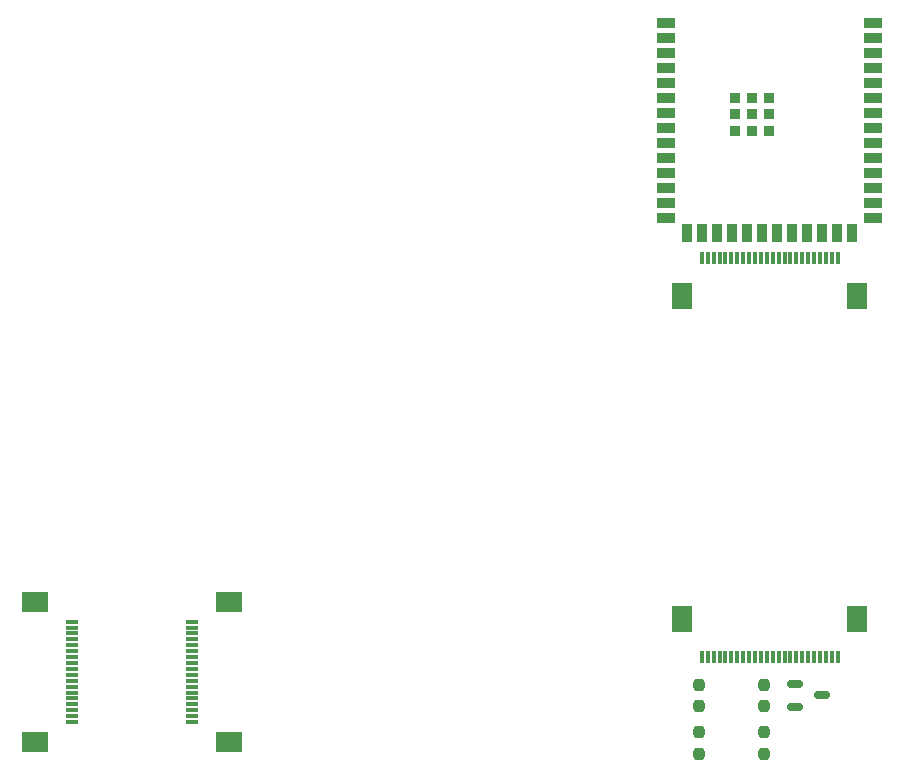
<source format=gbr>
%TF.GenerationSoftware,KiCad,Pcbnew,8.0.5*%
%TF.CreationDate,2024-12-31T14:00:23+11:00*%
%TF.ProjectId,Combined_Fabrication,436f6d62-696e-4656-945f-466162726963,rev?*%
%TF.SameCoordinates,Original*%
%TF.FileFunction,Paste,Top*%
%TF.FilePolarity,Positive*%
%FSLAX46Y46*%
G04 Gerber Fmt 4.6, Leading zero omitted, Abs format (unit mm)*
G04 Created by KiCad (PCBNEW 8.0.5) date 2024-12-31 14:00:23*
%MOMM*%
%LPD*%
G01*
G04 APERTURE LIST*
G04 Aperture macros list*
%AMRoundRect*
0 Rectangle with rounded corners*
0 $1 Rounding radius*
0 $2 $3 $4 $5 $6 $7 $8 $9 X,Y pos of 4 corners*
0 Add a 4 corners polygon primitive as box body*
4,1,4,$2,$3,$4,$5,$6,$7,$8,$9,$2,$3,0*
0 Add four circle primitives for the rounded corners*
1,1,$1+$1,$2,$3*
1,1,$1+$1,$4,$5*
1,1,$1+$1,$6,$7*
1,1,$1+$1,$8,$9*
0 Add four rect primitives between the rounded corners*
20,1,$1+$1,$2,$3,$4,$5,0*
20,1,$1+$1,$4,$5,$6,$7,0*
20,1,$1+$1,$6,$7,$8,$9,0*
20,1,$1+$1,$8,$9,$2,$3,0*%
G04 Aperture macros list end*
%ADD10R,1.800000X2.200000*%
%ADD11R,0.300000X1.100000*%
%ADD12R,1.500000X0.900000*%
%ADD13R,0.900000X1.500000*%
%ADD14R,0.900000X0.900000*%
%ADD15RoundRect,0.237500X-0.237500X0.250000X-0.237500X-0.250000X0.237500X-0.250000X0.237500X0.250000X0*%
%ADD16RoundRect,0.150000X-0.512500X-0.150000X0.512500X-0.150000X0.512500X0.150000X-0.512500X0.150000X0*%
%ADD17R,2.200000X1.800000*%
%ADD18R,1.100000X0.300000*%
G04 APERTURE END LIST*
D10*
%TO.C,U2*%
X172599999Y-81200000D03*
X187399999Y-81200000D03*
D11*
X174249999Y-78000001D03*
X174749999Y-78000000D03*
X175249999Y-78000000D03*
X175749999Y-78000000D03*
X176249999Y-78000000D03*
X176749999Y-78000001D03*
X177249999Y-78000000D03*
X177749999Y-78000000D03*
X178250000Y-78000000D03*
X178749999Y-78000000D03*
X179249998Y-78000000D03*
X179749999Y-78000000D03*
X180249999Y-78000000D03*
X180750000Y-78000000D03*
X181249999Y-78000000D03*
X181749998Y-78000000D03*
X182249999Y-78000000D03*
X182749999Y-78000000D03*
X183249999Y-78000001D03*
X183749999Y-78000000D03*
X184249999Y-78000000D03*
X184749999Y-78000000D03*
X185249999Y-78000000D03*
X185749999Y-78000001D03*
%TD*%
D12*
%TO.C,ESP1*%
X171249999Y-58080001D03*
X171249999Y-59350001D03*
X171249999Y-60620001D03*
X171249999Y-61890001D03*
X171249999Y-63160001D03*
X171249999Y-64430001D03*
X171249999Y-65700001D03*
X171249999Y-66970001D03*
X171249999Y-68240001D03*
X171249999Y-69510001D03*
X171249999Y-70780001D03*
X171249999Y-72050001D03*
X171249999Y-73320001D03*
X171249999Y-74590001D03*
D13*
X173015000Y-75840001D03*
X174284999Y-75840001D03*
X175554999Y-75840001D03*
X176824999Y-75840000D03*
X178094999Y-75840001D03*
X179364999Y-75840001D03*
X180634999Y-75840001D03*
X181904999Y-75840001D03*
X183174999Y-75840000D03*
X184444999Y-75840001D03*
X185714999Y-75840001D03*
X186984998Y-75840001D03*
D12*
X188749999Y-74590001D03*
X188749999Y-73320001D03*
X188749999Y-72050001D03*
X188749999Y-70780001D03*
X188749999Y-69510001D03*
X188749999Y-68240001D03*
X188749999Y-66970001D03*
X188749999Y-65700001D03*
X188749999Y-64430001D03*
X188749999Y-63160001D03*
X188749999Y-61890001D03*
X188749999Y-60620001D03*
X188749999Y-59350001D03*
X188749999Y-58080001D03*
D14*
X177099999Y-64400001D03*
X177099999Y-65800001D03*
X177099999Y-67200001D03*
X178499999Y-64400001D03*
X178499999Y-65800001D03*
X178499999Y-67200001D03*
X179899999Y-64400001D03*
X179899999Y-65800001D03*
X179899999Y-67200001D03*
%TD*%
D15*
%TO.C,R3*%
X174000000Y-114102500D03*
X174000000Y-115927500D03*
%TD*%
%TO.C,R4*%
X174000000Y-118102500D03*
X174000000Y-119927500D03*
%TD*%
%TO.C,R2*%
X179500000Y-118087500D03*
X179500000Y-119912500D03*
%TD*%
D10*
%TO.C,U1*%
X187400000Y-108500000D03*
X172600000Y-108500000D03*
D11*
X185750000Y-111699999D03*
X185250000Y-111700000D03*
X184750000Y-111700000D03*
X184250000Y-111700000D03*
X183750000Y-111700000D03*
X183250000Y-111699999D03*
X182750000Y-111700000D03*
X182250000Y-111700000D03*
X181749999Y-111700000D03*
X181250000Y-111700000D03*
X180750001Y-111700000D03*
X180250000Y-111700000D03*
X179750000Y-111700000D03*
X179249999Y-111700000D03*
X178750000Y-111700000D03*
X178250001Y-111700000D03*
X177750000Y-111700000D03*
X177250000Y-111700000D03*
X176750000Y-111699999D03*
X176250000Y-111700000D03*
X175750000Y-111700000D03*
X175250000Y-111700000D03*
X174750000Y-111700000D03*
X174250000Y-111699999D03*
%TD*%
D15*
%TO.C,R1*%
X179500000Y-114087500D03*
X179500000Y-115912500D03*
%TD*%
D16*
%TO.C,SnootFNMosFan1*%
X182112500Y-114050001D03*
X182112500Y-115949999D03*
X184387500Y-115000000D03*
%TD*%
D17*
%TO.C,U1*%
X117750000Y-107100001D03*
X117750000Y-118900001D03*
D18*
X120950000Y-108750001D03*
X120950000Y-109250001D03*
X120949999Y-109750001D03*
X120950000Y-110250001D03*
X120950000Y-110750001D03*
X120950000Y-111250002D03*
X120950000Y-111750001D03*
X120950000Y-112250000D03*
X120950000Y-112750001D03*
X120950000Y-113250001D03*
X120950000Y-113750002D03*
X120950000Y-114250001D03*
X120950000Y-114750000D03*
X120950000Y-115250001D03*
X120950000Y-115750001D03*
X120949999Y-116250001D03*
X120950000Y-116750001D03*
X120950000Y-117250001D03*
%TD*%
D17*
%TO.C,U2*%
X134250000Y-118900001D03*
X134250000Y-107100001D03*
D18*
X131050000Y-117250001D03*
X131050000Y-116750001D03*
X131050001Y-116250001D03*
X131050000Y-115750001D03*
X131050000Y-115250001D03*
X131050000Y-114750000D03*
X131050000Y-114250001D03*
X131050000Y-113750002D03*
X131050000Y-113250001D03*
X131050000Y-112750001D03*
X131050000Y-112250000D03*
X131050000Y-111750001D03*
X131050000Y-111250002D03*
X131050000Y-110750001D03*
X131050000Y-110250001D03*
X131050001Y-109750001D03*
X131050000Y-109250001D03*
X131050000Y-108750001D03*
%TD*%
M02*

</source>
